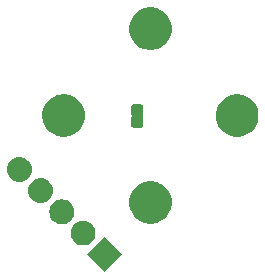
<source format=gbs>
G04 #@! TF.GenerationSoftware,KiCad,Pcbnew,5.0.2-bee76a0~70~ubuntu18.04.1*
G04 #@! TF.CreationDate,2020-10-08T13:14:13+02:00*
G04 #@! TF.ProjectId,TLI5012B,544c4935-3031-4324-922e-6b696361645f,rev?*
G04 #@! TF.SameCoordinates,Original*
G04 #@! TF.FileFunction,Soldermask,Bot*
G04 #@! TF.FilePolarity,Negative*
%FSLAX46Y46*%
G04 Gerber Fmt 4.6, Leading zero omitted, Abs format (unit mm)*
G04 Created by KiCad (PCBNEW 5.0.2-bee76a0~70~ubuntu18.04.1) date Do 08 Okt 2020 13:14:13 CEST*
%MOMM*%
%LPD*%
G01*
G04 APERTURE LIST*
%ADD10C,0.100000*%
G04 APERTURE END LIST*
D10*
G36*
X135359925Y-98100000D02*
X133875000Y-99584925D01*
X132390075Y-98100000D01*
X133875000Y-96615075D01*
X135359925Y-98100000D01*
X135359925Y-98100000D01*
G37*
G36*
X132207656Y-95261546D02*
X132284785Y-95269142D01*
X132403455Y-95305140D01*
X132482712Y-95329182D01*
X132665121Y-95426682D01*
X132825003Y-95557895D01*
X132956216Y-95717777D01*
X133053716Y-95900186D01*
X133053716Y-95900187D01*
X133113756Y-96098113D01*
X133134029Y-96303949D01*
X133113756Y-96509785D01*
X133081817Y-96615075D01*
X133053716Y-96707712D01*
X132956216Y-96890121D01*
X132825003Y-97050003D01*
X132665121Y-97181216D01*
X132482712Y-97278716D01*
X132416736Y-97298729D01*
X132284785Y-97338756D01*
X132207656Y-97346353D01*
X132130529Y-97353949D01*
X132027369Y-97353949D01*
X131950242Y-97346353D01*
X131873113Y-97338756D01*
X131741162Y-97298729D01*
X131675186Y-97278716D01*
X131492777Y-97181216D01*
X131332895Y-97050003D01*
X131201682Y-96890121D01*
X131104182Y-96707712D01*
X131076081Y-96615075D01*
X131044142Y-96509785D01*
X131023869Y-96303949D01*
X131044142Y-96098113D01*
X131104182Y-95900187D01*
X131104182Y-95900186D01*
X131201682Y-95717777D01*
X131332895Y-95557895D01*
X131492777Y-95426682D01*
X131675186Y-95329182D01*
X131754443Y-95305140D01*
X131873113Y-95269142D01*
X131950242Y-95261546D01*
X132027369Y-95253949D01*
X132130529Y-95253949D01*
X132207656Y-95261546D01*
X132207656Y-95261546D01*
G37*
G36*
X130411605Y-93465495D02*
X130488734Y-93473091D01*
X130620685Y-93513118D01*
X130686661Y-93533131D01*
X130869070Y-93630631D01*
X131028952Y-93761844D01*
X131160165Y-93921726D01*
X131257665Y-94104135D01*
X131257665Y-94104136D01*
X131317705Y-94302062D01*
X131337978Y-94507898D01*
X131317705Y-94713734D01*
X131277678Y-94845685D01*
X131257665Y-94911661D01*
X131160165Y-95094070D01*
X131028952Y-95253952D01*
X130869070Y-95385165D01*
X130686661Y-95482665D01*
X130620685Y-95502678D01*
X130488734Y-95542705D01*
X130411605Y-95550301D01*
X130334478Y-95557898D01*
X130231318Y-95557898D01*
X130154191Y-95550302D01*
X130077062Y-95542705D01*
X129945111Y-95502678D01*
X129879135Y-95482665D01*
X129696726Y-95385165D01*
X129536844Y-95253952D01*
X129405631Y-95094070D01*
X129308131Y-94911661D01*
X129288118Y-94845685D01*
X129248091Y-94713734D01*
X129227818Y-94507898D01*
X129248091Y-94302062D01*
X129308131Y-94104136D01*
X129308131Y-94104135D01*
X129405631Y-93921726D01*
X129536844Y-93761844D01*
X129696726Y-93630631D01*
X129879135Y-93533131D01*
X129945111Y-93513118D01*
X130077062Y-93473091D01*
X130154191Y-93465494D01*
X130231318Y-93457898D01*
X130334478Y-93457898D01*
X130411605Y-93465495D01*
X130411605Y-93465495D01*
G37*
G36*
X138166405Y-91950602D02*
X138310041Y-91979173D01*
X138637620Y-92114861D01*
X138653804Y-92125675D01*
X138932436Y-92311851D01*
X139183149Y-92562564D01*
X139380140Y-92857382D01*
X139515827Y-93184960D01*
X139585000Y-93532714D01*
X139585000Y-93887286D01*
X139515827Y-94235040D01*
X139380140Y-94562618D01*
X139183149Y-94857436D01*
X138932436Y-95108149D01*
X138932433Y-95108151D01*
X138637620Y-95305139D01*
X138310041Y-95440827D01*
X138194122Y-95463885D01*
X137962286Y-95510000D01*
X137607714Y-95510000D01*
X137375878Y-95463885D01*
X137259959Y-95440827D01*
X136932380Y-95305139D01*
X136637567Y-95108151D01*
X136637564Y-95108149D01*
X136386851Y-94857436D01*
X136189860Y-94562618D01*
X136054173Y-94235040D01*
X135985000Y-93887286D01*
X135985000Y-93532714D01*
X136054173Y-93184960D01*
X136189860Y-92857382D01*
X136386851Y-92562564D01*
X136637564Y-92311851D01*
X136916196Y-92125675D01*
X136932380Y-92114861D01*
X137259959Y-91979173D01*
X137403595Y-91950602D01*
X137607714Y-91910000D01*
X137962286Y-91910000D01*
X138166405Y-91950602D01*
X138166405Y-91950602D01*
G37*
G36*
X128615553Y-91669443D02*
X128692682Y-91677039D01*
X128824633Y-91717066D01*
X128890609Y-91737079D01*
X129073018Y-91834579D01*
X129232900Y-91965792D01*
X129364113Y-92125674D01*
X129461613Y-92308083D01*
X129461613Y-92308084D01*
X129521653Y-92506010D01*
X129541926Y-92711846D01*
X129521653Y-92917682D01*
X129481626Y-93049633D01*
X129461613Y-93115609D01*
X129364113Y-93298018D01*
X129232900Y-93457900D01*
X129073018Y-93589113D01*
X128890609Y-93686613D01*
X128824633Y-93706626D01*
X128692682Y-93746653D01*
X128615553Y-93754250D01*
X128538426Y-93761846D01*
X128435266Y-93761846D01*
X128358139Y-93754250D01*
X128281010Y-93746653D01*
X128149059Y-93706626D01*
X128083083Y-93686613D01*
X127900674Y-93589113D01*
X127740792Y-93457900D01*
X127609579Y-93298018D01*
X127512079Y-93115609D01*
X127492066Y-93049633D01*
X127452039Y-92917682D01*
X127431766Y-92711846D01*
X127452039Y-92506010D01*
X127512079Y-92308084D01*
X127512079Y-92308083D01*
X127609579Y-92125674D01*
X127740792Y-91965792D01*
X127900674Y-91834579D01*
X128083083Y-91737079D01*
X128149059Y-91717066D01*
X128281010Y-91677039D01*
X128358139Y-91669443D01*
X128435266Y-91661846D01*
X128538426Y-91661846D01*
X128615553Y-91669443D01*
X128615553Y-91669443D01*
G37*
G36*
X126819502Y-89873392D02*
X126896631Y-89880988D01*
X127028582Y-89921015D01*
X127094558Y-89941028D01*
X127276967Y-90038528D01*
X127436849Y-90169741D01*
X127568062Y-90329623D01*
X127665562Y-90512032D01*
X127665562Y-90512033D01*
X127725602Y-90709959D01*
X127745875Y-90915795D01*
X127725602Y-91121631D01*
X127685575Y-91253582D01*
X127665562Y-91319558D01*
X127568062Y-91501967D01*
X127436849Y-91661849D01*
X127276967Y-91793062D01*
X127094558Y-91890562D01*
X127030478Y-91910000D01*
X126896631Y-91950602D01*
X126819502Y-91958199D01*
X126742375Y-91965795D01*
X126639215Y-91965795D01*
X126562088Y-91958199D01*
X126484959Y-91950602D01*
X126351112Y-91910000D01*
X126287032Y-91890562D01*
X126104623Y-91793062D01*
X125944741Y-91661849D01*
X125813528Y-91501967D01*
X125716028Y-91319558D01*
X125696015Y-91253582D01*
X125655988Y-91121631D01*
X125635715Y-90915795D01*
X125655988Y-90709959D01*
X125716028Y-90512033D01*
X125716028Y-90512032D01*
X125813528Y-90329623D01*
X125944741Y-90169741D01*
X126104623Y-90038528D01*
X126287032Y-89941028D01*
X126353008Y-89921015D01*
X126484959Y-89880988D01*
X126562088Y-89873392D01*
X126639215Y-89865795D01*
X126742375Y-89865795D01*
X126819502Y-89873392D01*
X126819502Y-89873392D01*
G37*
G36*
X145544122Y-84606115D02*
X145660041Y-84629173D01*
X145987620Y-84764861D01*
X146278511Y-84959228D01*
X146282436Y-84961851D01*
X146533149Y-85212564D01*
X146533151Y-85212567D01*
X146726918Y-85502559D01*
X146730140Y-85507382D01*
X146865827Y-85834960D01*
X146935000Y-86182714D01*
X146935000Y-86537286D01*
X146915066Y-86637500D01*
X146865827Y-86885041D01*
X146730139Y-87212620D01*
X146621477Y-87375244D01*
X146533149Y-87507436D01*
X146282436Y-87758149D01*
X146282433Y-87758151D01*
X145987620Y-87955139D01*
X145660041Y-88090827D01*
X145544122Y-88113885D01*
X145312286Y-88160000D01*
X144957714Y-88160000D01*
X144725878Y-88113885D01*
X144609959Y-88090827D01*
X144282380Y-87955139D01*
X143987567Y-87758151D01*
X143987564Y-87758149D01*
X143736851Y-87507436D01*
X143648523Y-87375244D01*
X143539861Y-87212620D01*
X143404173Y-86885041D01*
X143354934Y-86637500D01*
X143335000Y-86537286D01*
X143335000Y-86182714D01*
X143404173Y-85834960D01*
X143539860Y-85507382D01*
X143543083Y-85502559D01*
X143736849Y-85212567D01*
X143736851Y-85212564D01*
X143987564Y-84961851D01*
X143991489Y-84959228D01*
X144282380Y-84764861D01*
X144609959Y-84629173D01*
X144725878Y-84606115D01*
X144957714Y-84560000D01*
X145312286Y-84560000D01*
X145544122Y-84606115D01*
X145544122Y-84606115D01*
G37*
G36*
X130844122Y-84606115D02*
X130960041Y-84629173D01*
X131287620Y-84764861D01*
X131578511Y-84959228D01*
X131582436Y-84961851D01*
X131833149Y-85212564D01*
X131833151Y-85212567D01*
X132026918Y-85502559D01*
X132030140Y-85507382D01*
X132165827Y-85834960D01*
X132235000Y-86182714D01*
X132235000Y-86537286D01*
X132215066Y-86637500D01*
X132165827Y-86885041D01*
X132030139Y-87212620D01*
X131921477Y-87375244D01*
X131833149Y-87507436D01*
X131582436Y-87758149D01*
X131582433Y-87758151D01*
X131287620Y-87955139D01*
X130960041Y-88090827D01*
X130844122Y-88113885D01*
X130612286Y-88160000D01*
X130257714Y-88160000D01*
X130025878Y-88113885D01*
X129909959Y-88090827D01*
X129582380Y-87955139D01*
X129287567Y-87758151D01*
X129287564Y-87758149D01*
X129036851Y-87507436D01*
X128948523Y-87375244D01*
X128839861Y-87212620D01*
X128704173Y-86885041D01*
X128654934Y-86637500D01*
X128635000Y-86537286D01*
X128635000Y-86182714D01*
X128704173Y-85834960D01*
X128839860Y-85507382D01*
X128843083Y-85502559D01*
X129036849Y-85212567D01*
X129036851Y-85212564D01*
X129287564Y-84961851D01*
X129291489Y-84959228D01*
X129582380Y-84764861D01*
X129909959Y-84629173D01*
X130025878Y-84606115D01*
X130257714Y-84560000D01*
X130612286Y-84560000D01*
X130844122Y-84606115D01*
X130844122Y-84606115D01*
G37*
G36*
X137045974Y-85424148D02*
X137080568Y-85434642D01*
X137112441Y-85451678D01*
X137140387Y-85474613D01*
X137163322Y-85502559D01*
X137180358Y-85534432D01*
X137190852Y-85569026D01*
X137195000Y-85611141D01*
X137195000Y-86218859D01*
X137190852Y-86260974D01*
X137180358Y-86295568D01*
X137159213Y-86335128D01*
X137155243Y-86341069D01*
X137145864Y-86363708D01*
X137141083Y-86387741D01*
X137141081Y-86412245D01*
X137145860Y-86436279D01*
X137155237Y-86458918D01*
X137159205Y-86464858D01*
X137180358Y-86504432D01*
X137190852Y-86539026D01*
X137195000Y-86581141D01*
X137195000Y-87188859D01*
X137190852Y-87230974D01*
X137180358Y-87265568D01*
X137163322Y-87297441D01*
X137140387Y-87325387D01*
X137112441Y-87348322D01*
X137080568Y-87365358D01*
X137045974Y-87375852D01*
X137003859Y-87380000D01*
X136346141Y-87380000D01*
X136304026Y-87375852D01*
X136269432Y-87365358D01*
X136237559Y-87348322D01*
X136209613Y-87325387D01*
X136186678Y-87297441D01*
X136169642Y-87265568D01*
X136159148Y-87230974D01*
X136155000Y-87188859D01*
X136155000Y-86581141D01*
X136159148Y-86539026D01*
X136169642Y-86504432D01*
X136190787Y-86464872D01*
X136194757Y-86458931D01*
X136204136Y-86436292D01*
X136208917Y-86412259D01*
X136208919Y-86387755D01*
X136204140Y-86363721D01*
X136194763Y-86341082D01*
X136190795Y-86335142D01*
X136169642Y-86295568D01*
X136159148Y-86260974D01*
X136155000Y-86218859D01*
X136155000Y-85611141D01*
X136159148Y-85569026D01*
X136169642Y-85534432D01*
X136186678Y-85502559D01*
X136209613Y-85474613D01*
X136237559Y-85451678D01*
X136269432Y-85434642D01*
X136304026Y-85424148D01*
X136346141Y-85420000D01*
X137003859Y-85420000D01*
X137045974Y-85424148D01*
X137045974Y-85424148D01*
G37*
G36*
X138194122Y-77256115D02*
X138310041Y-77279173D01*
X138637620Y-77414861D01*
X138928511Y-77609228D01*
X138932436Y-77611851D01*
X139183149Y-77862564D01*
X139380140Y-78157382D01*
X139515827Y-78484960D01*
X139585000Y-78832714D01*
X139585000Y-79187286D01*
X139515827Y-79535040D01*
X139380140Y-79862618D01*
X139183149Y-80157436D01*
X138932436Y-80408149D01*
X138932433Y-80408151D01*
X138637620Y-80605139D01*
X138310041Y-80740827D01*
X138194122Y-80763885D01*
X137962286Y-80810000D01*
X137607714Y-80810000D01*
X137375878Y-80763885D01*
X137259959Y-80740827D01*
X136932380Y-80605139D01*
X136637567Y-80408151D01*
X136637564Y-80408149D01*
X136386851Y-80157436D01*
X136189860Y-79862618D01*
X136054173Y-79535040D01*
X135985000Y-79187286D01*
X135985000Y-78832714D01*
X136054173Y-78484960D01*
X136189860Y-78157382D01*
X136386851Y-77862564D01*
X136637564Y-77611851D01*
X136641489Y-77609228D01*
X136932380Y-77414861D01*
X137259959Y-77279173D01*
X137375878Y-77256115D01*
X137607714Y-77210000D01*
X137962286Y-77210000D01*
X138194122Y-77256115D01*
X138194122Y-77256115D01*
G37*
M02*

</source>
